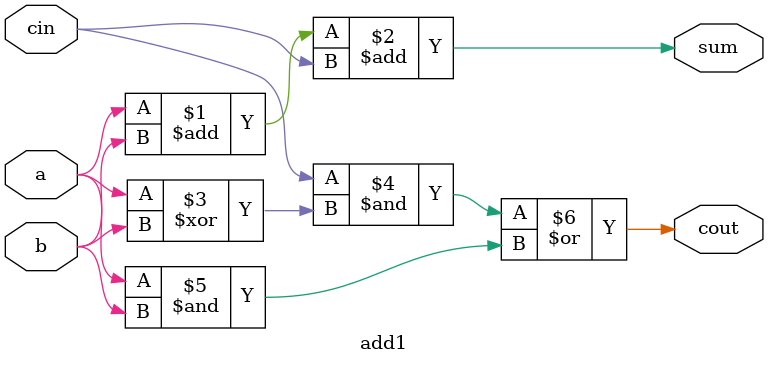
<source format=v>
module top_module (
    input [31:0] a,
    input [31:0] b,
    output [31:0] sum
);//
 wire w1;
    add16 a1(a[15:0],b[15:0],0,sum[15:0],w1);
    //no need for cout in the second adder, so no initialisation for the cout
    add16 a2(a[31:16],b[31:16],w1,sum[31:16]);   
endmodule

module add1 ( input a, input b, input cin,   output sum, output cout );

// Full adder module here
assign sum = a+b+cin;
    assign cout = cin&(a^b)|(a&b);
endmodule

</source>
